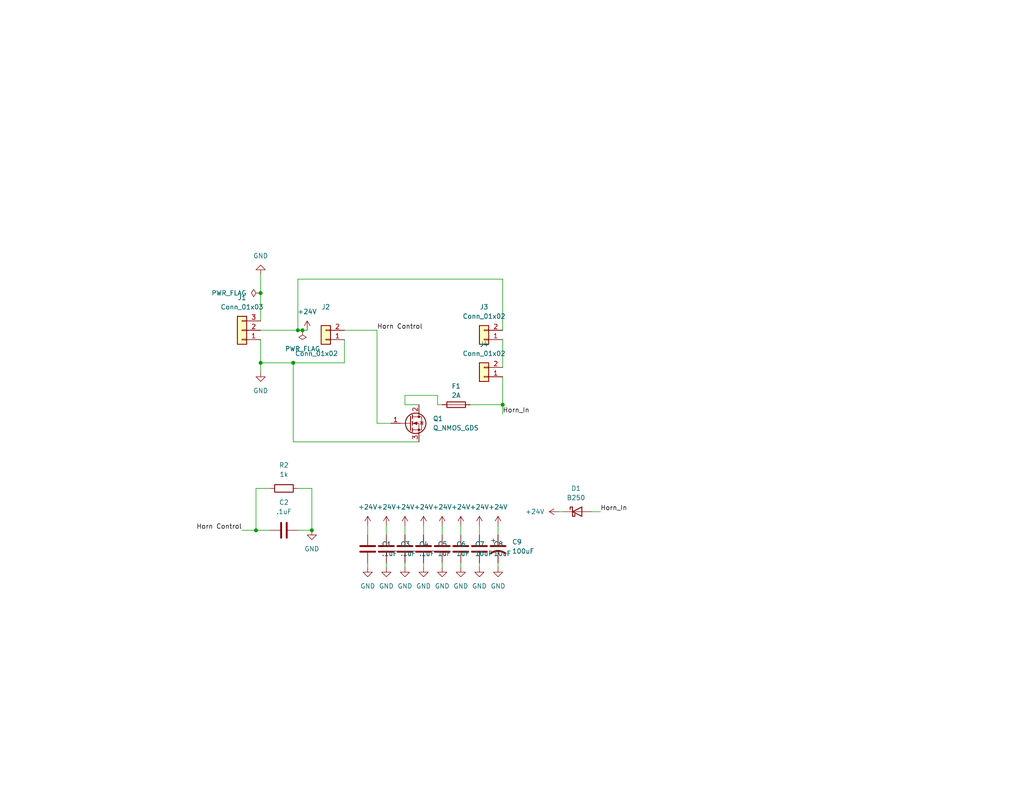
<source format=kicad_sch>
(kicad_sch (version 20230121) (generator eeschema)
  (paper "USLetter")
  (title_block (title "Horn Board") (date "2023-09-27") (rev "1.0") (company "Illini Solar Car") (comment 1 "Designed By: Jimmy Konieczny"))
  (lib_symbols
    (symbol "Connector_Generic:Conn_01x02" (pin_names (offset 1.016) hide)
      (property "Reference" "J" (at 0 2.54 0))
      (property "Value" "Conn_01x02" (at 0 -5.08 0))
      (symbol "Conn_01x02_1_1"
        (rectangle (start -1.27 -2.413) (end 0 -2.667) (stroke (width 0.1524)))
        (rectangle (start -1.27 0.127) (end 0 -0.127) (stroke (width 0.1524)))
        (rectangle (start -1.27 1.27) (end 1.27 -3.81) (stroke (width 0.254)) (fill (type background)))
        (pin passive line (at -5.08 0 0) (length 3.81) (name "Pin_1") (number "1"))
        (pin passive line (at -5.08 -2.54 0) (length 3.81) (name "Pin_2") (number "2"))
      )
    )
    (symbol "Connector_Generic:Conn_01x03" (pin_names (offset 1.016) hide)
      (property "Reference" "J" (at 0 5.08 0))
      (property "Value" "Conn_01x03" (at 0 -5.08 0))
      (symbol "Conn_01x03_1_1"
        (rectangle (start -1.27 -2.413) (end 0 -2.667) (stroke (width 0.1524)))
        (rectangle (start -1.27 0.127) (end 0 -0.127) (stroke (width 0.1524)))
        (rectangle (start -1.27 2.667) (end 0 2.413) (stroke (width 0.1524)))
        (rectangle (start -1.27 3.81) (end 1.27 -3.81) (stroke (width 0.254)) (fill (type background)))
        (pin passive line (at -5.08 2.54 0) (length 3.81) (name "Pin_1") (number "1"))
        (pin passive line (at -5.08 0 0) (length 3.81) (name "Pin_2") (number "2"))
        (pin passive line (at -5.08 -2.54 0) (length 3.81) (name "Pin_3") (number "3"))
      )
    )
    (symbol "Device:C" (pin_numbers hide) (pin_names (offset 0.254))
      (property "Reference" "C" (at 0.635 2.54 0))
      (property "Value" "C" (at 0.635 -2.54 0))
      (symbol "C_0_1"
        (polyline (pts (xy -2.032 -0.762) (xy 2.032 -0.762)) (stroke (width 0.508)))
        (polyline (pts (xy -2.032 0.762) (xy 2.032 0.762)) (stroke (width 0.508)))
      )
      (symbol "C_1_1"
        (pin passive line (at 0 3.81 270) (length 2.794) (name "~") (number "1"))
        (pin passive line (at 0 -3.81 90) (length 2.794) (name "~") (number "2"))
      )
    )
    (symbol "Device:C_Polarized_US" (pin_numbers hide) (pin_names (offset 0.254) hide)
      (property "Reference" "C" (at 0.635 2.54 0))
      (property "Value" "C_Polarized_US" (at 0.635 -2.54 0))
      (symbol "C_Polarized_US_0_1"
        (polyline (pts (xy -2.032 0.762) (xy 2.032 0.762)) (stroke (width 0.508)))
        (polyline (pts (xy -1.778 2.286) (xy -0.762 2.286)))
        (polyline (pts (xy -1.27 1.778) (xy -1.27 2.794)))
        (arc (start 2.032 -1.27) (mid 0 -0.5572) (end -2.032 -1.27) (stroke (width 0.508)))
      )
      (symbol "C_Polarized_US_1_1"
        (pin passive line (at 0 3.81 270) (length 2.794) (name "~") (number "1"))
        (pin passive line (at 0 -3.81 90) (length 3.302) (name "~") (number "2"))
      )
    )
    (symbol "Device:R" (pin_numbers hide) (pin_names (offset 0))
      (property "Reference" "R" (at 2.032 0 90))
      (property "Value" "R" (at 0 0 90))
      (symbol "R_0_1"
        (rectangle (start -1.016 -2.54) (end 1.016 2.54) (stroke (width 0.254)))
      )
      (symbol "R_1_1"
        (pin passive line (at 0 3.81 270) (length 1.27) (name "~") (number "1"))
        (pin passive line (at 0 -3.81 90) (length 1.27) (name "~") (number "2"))
      )
    )
    (symbol "Diode:B250" (pin_numbers hide) (pin_names (offset 1.016) hide)
      (property "Reference" "D" (at 0 2.54 0))
      (property "Value" "B250" (at 0 -2.54 0))
      (symbol "B250_0_1"
        (polyline (pts (xy 1.27 0) (xy -1.27 0)))
        (polyline (pts (xy 1.27 1.27) (xy 1.27 -1.27) (xy -1.27 0) (xy 1.27 1.27)) (stroke (width 0.254)))
        (polyline (pts (xy -1.905 0.635) (xy -1.905 1.27) (xy -1.27 1.27) (xy -1.27 -1.27) (xy -0.635 -1.27) (xy -0.635 -0.635)) (stroke (width 0.254)))
      )
      (symbol "B250_1_1"
        (pin passive line (at -3.81 0 0) (length 2.54) (name "K") (number "1"))
        (pin passive line (at 3.81 0 180) (length 2.54) (name "A") (number "2"))
      )
    )
    (symbol "device:Fuse" (pin_numbers hide) (pin_names (offset 0))
      (property "Reference" "F" (at 2.032 0 90))
      (property "Value" "Fuse" (at -1.905 0 90))
      (symbol "Fuse_0_1"
        (rectangle (start -0.762 -2.54) (end 0.762 2.54) (stroke (width 0.254)))
        (polyline (pts (xy 0 2.54) (xy 0 -2.54)))
      )
      (symbol "Fuse_1_1"
        (pin passive line (at 0 3.81 270) (length 1.27) (name "~") (number "1"))
        (pin passive line (at 0 -3.81 90) (length 1.27) (name "~") (number "2"))
      )
    )
    (symbol "device:Q_NMOS_GDS" (pin_names (offset 0) hide)
      (property "Reference" "Q" (at 5.08 1.27 0))
      (property "Value" "Q_NMOS_GDS" (at 5.08 -1.27 0))
      (symbol "Q_NMOS_GDS_0_1"
        (polyline (pts (xy 0.254 0) (xy -2.54 0)))
        (polyline (pts (xy 0.254 1.905) (xy 0.254 -1.905)) (stroke (width 0.254)))
        (polyline (pts (xy 0.762 -1.27) (xy 0.762 -2.286)) (stroke (width 0.254)))
        (polyline (pts (xy 0.762 0.508) (xy 0.762 -0.508)) (stroke (width 0.254)))
        (polyline (pts (xy 0.762 2.286) (xy 0.762 1.27)) (stroke (width 0.254)))
        (polyline (pts (xy 2.54 2.54) (xy 2.54 1.778)))
        (polyline (pts (xy 2.54 -2.54) (xy 2.54 0) (xy 0.762 0)))
        (polyline (pts (xy 0.762 -1.778) (xy 3.302 -1.778) (xy 3.302 1.778) (xy 0.762 1.778)))
        (polyline (pts (xy 1.016 0) (xy 2.032 0.381) (xy 2.032 -0.381) (xy 1.016 0)) (fill (type outline)))
        (polyline (pts (xy 2.794 0.508) (xy 2.921 0.381) (xy 3.683 0.381) (xy 3.81 0.254)))
        (polyline (pts (xy 3.302 0.381) (xy 2.921 -0.254) (xy 3.683 -0.254) (xy 3.302 0.381)))
        (circle (center 1.651 0) (radius 2.794) (stroke (width 0.254)))
        (circle (center 2.54 -1.778) (radius 0.254) (fill (type outline)))
        (circle (center 2.54 1.778) (radius 0.254) (fill (type outline)))
      )
      (symbol "Q_NMOS_GDS_1_1"
        (pin input line (at -5.08 0 0) (length 2.54) (name "G") (number "1"))
        (pin passive line (at 2.54 5.08 270) (length 2.54) (name "D") (number "2"))
        (pin passive line (at 2.54 -5.08 90) (length 2.54) (name "S") (number "3"))
      )
    )
    (symbol "power:+24V" (power) (pin_names (offset 0))
      (property "Value" "+24V" (at 0 3.556 0))
      (symbol "+24V_0_1"
        (polyline (pts (xy -0.762 1.27) (xy 0 2.54)))
        (polyline (pts (xy 0 0) (xy 0 2.54)))
        (polyline (pts (xy 0 2.54) (xy 0.762 1.27)))
      )
      (symbol "+24V_1_1"
        (pin power_in line (at 0 0 90) (length 0) hide (name "+24V") (number "1"))
      )
    )
    (symbol "power:GND" (power) (pin_names (offset 0))
      (property "Value" "GND" (at 0 -3.81 0))
      (symbol "GND_0_1"
        (polyline (pts (xy 0 0) (xy 0 -1.27) (xy 1.27 -1.27) (xy 0 -2.54) (xy -1.27 -1.27) (xy 0 -1.27)))
      )
      (symbol "GND_1_1"
        (pin power_in line (at 0 0 270) (length 0) hide (name "GND") (number "1"))
      )
    )
    (symbol "power:PWR_FLAG" (power) (pin_numbers hide) (pin_names (offset 0) hide)
      (property "Value" "PWR_FLAG" (at 0 3.81 0))
      (symbol "PWR_FLAG_0_0"
        (pin power_out line (at 0 0 90) (length 0) (name "pwr") (number "1"))
      )
      (symbol "PWR_FLAG_0_1"
        (polyline (pts (xy 0 0) (xy 0 1.27) (xy -1.016 1.905) (xy 0 2.54) (xy 1.016 1.905) (xy 0 1.27)))
      )
    )
  )
  (junction (at 85.09 144.78))
  (junction (at 69.85 144.78))
  (junction (at 80.01 99.06))
  (junction (at 82.55 90.17))
  (junction (at 71.12 99.06))
  (junction (at 81.28 90.17))
  (junction (at 137.16 110.49))
  (junction (at 71.12 80.01))
  (wire (pts (xy 119.38 110.49) (xy 119.38 107.95)))
  (wire (pts (xy 137.16 90.17) (xy 137.16 76.2)))
  (wire (pts (xy 115.57 143.51) (xy 115.57 146.05)))
  (wire (pts (xy 110.49 143.51) (xy 110.49 146.05)))
  (wire (pts (xy 81.28 144.78) (xy 85.09 144.78)))
  (wire (pts (xy 130.81 143.51) (xy 130.81 146.05)))
  (wire (pts (xy 93.98 99.06) (xy 80.01 99.06)))
  (wire (pts (xy 81.28 90.17) (xy 82.55 90.17)))
  (wire (pts (xy 110.49 153.67) (xy 110.49 154.94)))
  (wire (pts (xy 71.12 74.93) (xy 71.12 80.01)))
  (wire (pts (xy 73.66 133.35) (xy 69.85 133.35)))
  (wire (pts (xy 66.04 144.78) (xy 69.85 144.78)))
  (wire (pts (xy 137.16 92.71) (xy 137.16 100.33)))
  (wire (pts (xy 137.16 76.2) (xy 81.28 76.2)))
  (wire (pts (xy 105.41 143.51) (xy 105.41 146.05)))
  (wire (pts (xy 128.27 110.49) (xy 137.16 110.49)))
  (wire (pts (xy 80.01 99.06) (xy 71.12 99.06)))
  (wire (pts (xy 100.33 153.67) (xy 100.33 154.94)))
  (wire (pts (xy 110.49 110.49) (xy 110.49 107.95)))
  (wire (pts (xy 120.65 110.49) (xy 119.38 110.49)))
  (wire (pts (xy 152.4 139.7) (xy 153.67 139.7)))
  (wire (pts (xy 105.41 153.67) (xy 105.41 154.94)))
  (wire (pts (xy 115.57 153.67) (xy 115.57 154.94)))
  (wire (pts (xy 102.87 90.17) (xy 102.87 115.57)))
  (wire (pts (xy 71.12 92.71) (xy 71.12 99.06)))
  (wire (pts (xy 71.12 80.01) (xy 71.12 87.63)))
  (wire (pts (xy 119.38 107.95) (xy 110.49 107.95)))
  (wire (pts (xy 161.29 139.7) (xy 163.83 139.7)))
  (wire (pts (xy 80.01 120.65) (xy 114.3 120.65)))
  (wire (pts (xy 120.65 143.51) (xy 120.65 146.05)))
  (wire (pts (xy 102.87 115.57) (xy 106.68 115.57)))
  (wire (pts (xy 137.16 102.87) (xy 137.16 110.49)))
  (wire (pts (xy 137.16 110.49) (xy 137.16 113.03)))
  (wire (pts (xy 71.12 99.06) (xy 71.12 101.6)))
  (wire (pts (xy 120.65 153.67) (xy 120.65 154.94)))
  (wire (pts (xy 69.85 133.35) (xy 69.85 144.78)))
  (wire (pts (xy 93.98 90.17) (xy 102.87 90.17)))
  (wire (pts (xy 125.73 143.51) (xy 125.73 146.05)))
  (wire (pts (xy 125.73 153.67) (xy 125.73 154.94)))
  (wire (pts (xy 81.28 76.2) (xy 81.28 90.17)))
  (wire (pts (xy 85.09 133.35) (xy 81.28 133.35)))
  (wire (pts (xy 80.01 120.65) (xy 80.01 99.06)))
  (wire (pts (xy 135.89 153.67) (xy 135.89 154.94)))
  (wire (pts (xy 69.85 144.78) (xy 73.66 144.78)))
  (wire (pts (xy 93.98 92.71) (xy 93.98 99.06)))
  (wire (pts (xy 71.12 90.17) (xy 81.28 90.17)))
  (wire (pts (xy 130.81 153.67) (xy 130.81 154.94)))
  (wire (pts (xy 82.55 90.17) (xy 83.82 90.17)))
  (wire (pts (xy 100.33 143.51) (xy 100.33 146.05)))
  (wire (pts (xy 85.09 133.35) (xy 85.09 144.78)))
  (wire (pts (xy 135.89 143.51) (xy 135.89 146.05)))
  (wire (pts (xy 110.49 110.49) (xy 114.3 110.49)))
  (label "Horn_In" (at 137.16 113.03 0))
  (label "Horn_In" (at 163.83 139.7 0))
  (label "Horn Control" (at 102.87 90.17 0))
  (label "Horn Control" (at 66.04 144.78 180))
  (symbol (lib_id "power:+24V") (at 130.81 143.51 0) (unit 1)
    (property "Reference" "#PWR019" (effects hide))
    (property "Value" "+24V" (at 130.81 138.43 0))
  )
  (symbol (lib_id "Connector_Generic:Conn_01x02") (at 88.9 92.71 180) (unit 1)
    (property "Reference" "J2" (at 88.9 83.82 0))
    (property "Value" "Conn_01x02" (at 86.36 96.52 0))
    (property "Footprint" "Connector_Molex:Molex_KK-254_AE-6410-02A_1x02_P2.54mm_Vertical" (effects hide))
    (property "Datasheet" "https://tools.molex.com/pdm_docs/sd/022272021_sd.pdf" (effects hide))
    (property "MPN" "022272021" (effects hide))
  )
  (symbol (lib_id "power:+24V") (at 105.41 143.51 0) (unit 1)
    (property "Reference" "#PWR014" (effects hide))
    (property "Value" "+24V" (at 105.41 138.43 0))
  )
  (symbol (lib_id "power:+24V") (at 100.33 143.51 0) (unit 1)
    (property "Reference" "#PWR013" (effects hide))
    (property "Value" "+24V" (at 100.33 138.43 0))
  )
  (symbol (lib_id "Connector_Generic:Conn_01x03") (at 66.04 90.17 180) (unit 1)
    (property "Reference" "J1" (at 66.04 81.28 0))
    (property "Value" "Conn_01x03" (at 66.04 83.82 0))
    (property "Footprint" "Connector_Molex:Molex_KK-254_AE-6410-03A_1x03_P2.54mm_Vertical" (effects hide))
    (property "Datasheet" "https://tools.molex.com/pdm_docs/sd/022272021_sd.pdf" (effects hide))
    (property "MPN" "022272021" (effects hide))
  )
  (symbol (lib_id "power:+24V") (at 83.82 90.17 0) (unit 1)
    (property "Reference" "#PWR01" (effects hide))
    (property "Value" "+24V" (at 83.82 85.09 0))
  )
  (symbol (lib_id "power:GND") (at 120.65 154.94 0) (unit 1)
    (property "Reference" "#PWR09" (effects hide))
    (property "Value" "GND" (at 120.65 160.02 0))
  )
  (symbol (lib_id "Connector_Generic:Conn_01x02") (at 132.08 102.87 180) (unit 1)
    (property "Reference" "J4" (at 132.08 93.98 0))
    (property "Value" "Conn_01x02" (at 132.08 96.52 0))
    (property "Footprint" "Connector_Molex:Molex_KK-254_AE-6410-02A_1x02_P2.54mm_Vertical" (effects hide))
    (property "Datasheet" "https://tools.molex.com/pdm_docs/sd/022272021_sd.pdf" (effects hide))
    (property "MPN" "022272021" (effects hide))
  )
  (symbol (lib_id "power:GND") (at 105.41 154.94 0) (unit 1)
    (property "Reference" "#PWR06" (effects hide))
    (property "Value" "GND" (at 105.41 160.02 0))
  )
  (symbol (lib_id "power:GND") (at 85.09 144.78 0) (unit 1)
    (property "Reference" "#PWR04" (effects hide))
    (property "Value" "GND" (at 85.09 149.86 0))
  )
  (symbol (lib_id "power:GND") (at 135.89 154.94 0) (unit 1)
    (property "Reference" "#PWR012" (effects hide))
    (property "Value" "GND" (at 135.89 160.02 0))
  )
  (symbol (lib_id "power:+24V") (at 115.57 143.51 0) (unit 1)
    (property "Reference" "#PWR016" (effects hide))
    (property "Value" "+24V" (at 115.57 138.43 0))
  )
  (symbol (lib_id "Device:R") (at 77.47 133.35 90) (unit 1)
    (property "Reference" "R2" (at 77.47 127 90))
    (property "Value" "1k" (at 77.47 129.54 90))
    (property "Footprint" "Resistor_SMD:R_0603_1608Metric_Pad0.98x0.95mm_HandSolder" (effects hide))
  )
  (symbol (lib_id "Device:C") (at 105.41 149.86 0) (unit 1)
    (property "Reference" "C3" (at 109.22 148.59 0) (effects (justify left)))
    (property "Value" ".1uF" (at 109.22 151.13 0) (effects (justify left)))
    (property "Footprint" "Capacitor_SMD:C_0603_1608Metric_Pad1.08x0.95mm_HandSolder" (effects hide))
  )
  (symbol (lib_id "power:+24V") (at 125.73 143.51 0) (unit 1)
    (property "Reference" "#PWR018" (effects hide))
    (property "Value" "+24V" (at 125.73 138.43 0))
  )
  (symbol (lib_id "power:GND") (at 125.73 154.94 0) (unit 1)
    (property "Reference" "#PWR010" (effects hide))
    (property "Value" "GND" (at 125.73 160.02 0))
  )
  (symbol (lib_id "power:PWR_FLAG") (at 71.12 80.01 90) (unit 1)
    (property "Reference" "#FLG01" (effects hide))
    (property "Value" "PWR_FLAG" (at 67.31 80.01 90) (effects (justify left)))
  )
  (symbol (lib_id "power:GND") (at 115.57 154.94 0) (unit 1)
    (property "Reference" "#PWR08" (effects hide))
    (property "Value" "GND" (at 115.57 160.02 0))
  )
  (symbol (lib_id "Device:C") (at 100.33 149.86 0) (unit 1)
    (property "Reference" "C1" (at 104.14 148.59 0) (effects (justify left)))
    (property "Value" ".1uF" (at 104.14 151.13 0) (effects (justify left)))
    (property "Footprint" "Diode_SMD:D_0201_0603Metric_Pad0.64x0.40mm_HandSolder" (effects hide))
  )
  (symbol (lib_id "Device:C") (at 130.81 149.86 0) (unit 1)
    (property "Reference" "C8" (at 134.62 148.59 0) (effects (justify left)))
    (property "Value" "10uF" (at 134.62 151.13 0) (effects (justify left)))
    (property "Footprint" "Capacitor_SMD:C_0603_1608Metric_Pad1.08x0.95mm_HandSolder" (effects hide))
  )
  (symbol (lib_id "Device:C") (at 110.49 149.86 0) (unit 1)
    (property "Reference" "C4" (at 114.3 148.59 0) (effects (justify left)))
    (property "Value" ".1uF" (at 114.3 151.13 0) (effects (justify left)))
    (property "Footprint" "Capacitor_SMD:C_0603_1608Metric_Pad1.08x0.95mm_HandSolder" (effects hide))
  )
  (symbol (lib_id "Diode:B250") (at 157.48 139.7 0) (unit 1)
    (property "Reference" "D1" (at 157.1625 133.35 0))
    (property "Value" "B250" (at 157.1625 135.89 0))
    (property "Footprint" "Diode_SMD:D_0201_0603Metric_Pad0.64x0.40mm_HandSolder" (effects hide))
    (property "Datasheet" "http://www.jameco.com/Jameco/Products/ProdDS/1538777.pdf" (effects hide))
    (property "MPN" "B240-13-F" (effects hide))
  )
  (symbol (lib_id "Device:C") (at 125.73 149.86 0) (unit 1)
    (property "Reference" "C7" (at 129.54 148.59 0) (effects (justify left)))
    (property "Value" "10uF" (at 129.54 151.13 0) (effects (justify left)))
    (property "Footprint" "Capacitor_SMD:C_0603_1608Metric_Pad1.08x0.95mm_HandSolder" (effects hide))
  )
  (symbol (lib_id "Connector_Generic:Conn_01x02") (at 132.08 92.71 180) (unit 1)
    (property "Reference" "J3" (at 132.08 83.82 0))
    (property "Value" "Conn_01x02" (at 132.08 86.36 0))
    (property "Footprint" "Connector_Molex:Molex_KK-254_AE-6410-02A_1x02_P2.54mm_Vertical" (effects hide))
    (property "Datasheet" "https://tools.molex.com/pdm_docs/sd/022272021_sd.pdf" (effects hide))
    (property "MPN" "022272021" (effects hide))
  )
  (symbol (lib_id "power:+24V") (at 135.89 143.51 0) (unit 1)
    (property "Reference" "#PWR020" (effects hide))
    (property "Value" "+24V" (at 135.89 138.43 0))
  )
  (symbol (lib_id "Device:C") (at 77.47 144.78 90) (unit 1)
    (property "Reference" "C2" (at 77.47 137.16 90))
    (property "Value" ".1uF" (at 77.47 139.7 90))
    (property "Footprint" "Capacitor_SMD:C_0603_1608Metric_Pad1.08x0.95mm_HandSolder" (effects hide))
  )
  (symbol (lib_id "power:GND") (at 110.49 154.94 0) (unit 1)
    (property "Reference" "#PWR07" (effects hide))
    (property "Value" "GND" (at 110.49 160.02 0))
  )
  (symbol (lib_id "power:GND") (at 71.12 101.6 0) (unit 1)
    (property "Reference" "#PWR02" (effects hide))
    (property "Value" "GND" (at 71.12 106.68 0))
  )
  (symbol (lib_id "device:Fuse") (at 124.46 110.49 90) (unit 1)
    (property "Reference" "F1" (at 124.46 105.41 90))
    (property "Value" "2A" (at 124.46 107.95 90))
    (property "Footprint" "Fuse:Fuse_0603_1608Metric_Pad1.05x0.95mm_HandSolder" (effects hide))
  )
  (symbol (lib_id "power:+24V") (at 152.4 139.7 90) (unit 1)
    (property "Reference" "#PWR021" (effects hide))
    (property "Value" "+24V" (at 148.59 139.7 90) (effects (justify left)))
  )
  (symbol (lib_id "Device:C") (at 120.65 149.86 0) (unit 1)
    (property "Reference" "C6" (at 124.46 148.59 0) (effects (justify left)))
    (property "Value" "1uF" (at 124.46 151.13 0) (effects (justify left)))
    (property "Footprint" "Capacitor_SMD:C_0603_1608Metric_Pad1.08x0.95mm_HandSolder" (effects hide))
  )
  (symbol (lib_id "device:Q_NMOS_GDS") (at 111.76 115.57 0) (unit 1)
    (property "Reference" "Q1" (at 118.11 114.3 0) (effects (justify left)))
    (property "Value" "Q_NMOS_GDS" (at 118.11 116.84 0) (effects (justify left)))
    (property "Footprint" "Package_TO_SOT_SMD:TO-263-3_TabPin2" (effects hide))
    (property "Datasheet" "https://www.vishay.com/docs/91420/sihfr010.pdf" (effects hide))
    (property "MPN" "sihfr010" (effects hide))
  )
  (symbol (lib_id "power:GND") (at 130.81 154.94 0) (unit 1)
    (property "Reference" "#PWR011" (effects hide))
    (property "Value" "GND" (at 130.81 160.02 0))
  )
  (symbol (lib_id "Device:C") (at 115.57 149.86 0) (unit 1)
    (property "Reference" "C5" (at 119.38 148.59 0) (effects (justify left)))
    (property "Value" "1uF" (at 119.38 151.13 0) (effects (justify left)))
    (property "Footprint" "Capacitor_SMD:C_0603_1608Metric_Pad1.08x0.95mm_HandSolder" (effects hide))
  )
  (symbol (lib_id "power:GND") (at 100.33 154.94 0) (unit 1)
    (property "Reference" "#PWR05" (effects hide))
    (property "Value" "GND" (at 100.33 160.02 0))
  )
  (symbol (lib_id "Device:C_Polarized_US") (at 135.89 149.86 0) (unit 1)
    (property "Reference" "C9" (at 139.7 147.955 0) (effects (justify left)))
    (property "Value" "100uF" (at 139.7 150.495 0) (effects (justify left)))
    (property "Footprint" "Capacitor_SMD:C_0603_1608Metric_Pad1.08x0.95mm_HandSolder" (effects hide))
  )
  (symbol (lib_id "power:+24V") (at 110.49 143.51 0) (unit 1)
    (property "Reference" "#PWR015" (effects hide))
    (property "Value" "+24V" (at 110.49 138.43 0))
  )
  (symbol (lib_id "power:GND") (at 71.12 74.93 180) (unit 1)
    (property "Reference" "#PWR03" (effects hide))
    (property "Value" "GND" (at 71.12 69.85 0))
  )
  (symbol (lib_id "power:PWR_FLAG") (at 82.55 90.17 180) (unit 1)
    (property "Reference" "#FLG03" (effects hide))
    (property "Value" "PWR_FLAG" (at 82.55 95.25 0))
  )
  (symbol (lib_id "power:+24V") (at 120.65 143.51 0) (unit 1)
    (property "Reference" "#PWR017" (effects hide))
    (property "Value" "+24V" (at 120.65 138.43 0))
  )
)
</source>
